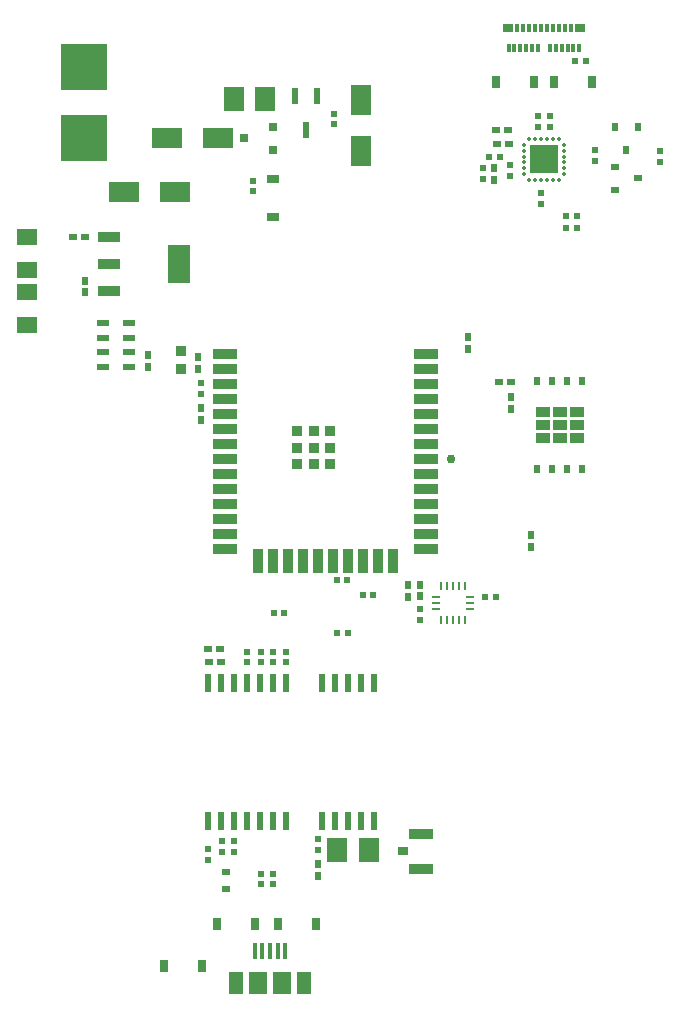
<source format=gtp>
G04*
G04 #@! TF.GenerationSoftware,Altium Limited,Altium Designer,22.5.1 (42)*
G04*
G04 Layer_Color=8421504*
%FSLAX25Y25*%
%MOIN*%
G70*
G04*
G04 #@! TF.SameCoordinates,5F65DDE1-41B9-4BDB-98F2-9488EF11E66D*
G04*
G04*
G04 #@! TF.FilePolarity,Positive*
G04*
G01*
G75*
%ADD21R,0.04842X0.03661*%
%ADD22R,0.04842X0.03661*%
%ADD23R,0.07874X0.03543*%
%ADD24R,0.03347X0.03150*%
G04:AMPARAMS|DCode=25|XSize=21.65mil|YSize=19.68mil|CornerRadius=2.46mil|HoleSize=0mil|Usage=FLASHONLY|Rotation=0.000|XOffset=0mil|YOffset=0mil|HoleType=Round|Shape=RoundedRectangle|*
%AMROUNDEDRECTD25*
21,1,0.02165,0.01476,0,0,0.0*
21,1,0.01673,0.01968,0,0,0.0*
1,1,0.00492,0.00837,-0.00738*
1,1,0.00492,-0.00837,-0.00738*
1,1,0.00492,-0.00837,0.00738*
1,1,0.00492,0.00837,0.00738*
%
%ADD25ROUNDEDRECTD25*%
%ADD26R,0.03150X0.03150*%
%ADD27R,0.02362X0.05512*%
%ADD28R,0.07087X0.05315*%
%ADD29R,0.03150X0.02362*%
%ADD30C,0.03000*%
%ADD31R,0.09646X0.09646*%
%ADD32O,0.01772X0.01378*%
%ADD33O,0.01378X0.01772*%
%ADD34R,0.01968X0.02559*%
%ADD35R,0.02800X0.01000*%
%ADD36R,0.01000X0.02800*%
%ADD37R,0.02362X0.03150*%
G04:AMPARAMS|DCode=38|XSize=21.65mil|YSize=19.68mil|CornerRadius=2.46mil|HoleSize=0mil|Usage=FLASHONLY|Rotation=90.000|XOffset=0mil|YOffset=0mil|HoleType=Round|Shape=RoundedRectangle|*
%AMROUNDEDRECTD38*
21,1,0.02165,0.01476,0,0,90.0*
21,1,0.01673,0.01968,0,0,90.0*
1,1,0.00492,0.00738,0.00837*
1,1,0.00492,0.00738,-0.00837*
1,1,0.00492,-0.00738,-0.00837*
1,1,0.00492,-0.00738,0.00837*
%
%ADD38ROUNDEDRECTD38*%
%ADD39R,0.02362X0.06299*%
%ADD40R,0.04331X0.02362*%
%ADD41R,0.03150X0.03937*%
%ADD42R,0.07000X0.08000*%
%ADD43R,0.10433X0.06890*%
%ADD44R,0.03543X0.03543*%
%ADD45R,0.07874X0.03543*%
%ADD46R,0.03543X0.07874*%
%ADD47R,0.15748X0.15748*%
%ADD48R,0.03740X0.03740*%
%ADD49R,0.02441X0.02953*%
%ADD50R,0.07480X0.12598*%
%ADD51R,0.07480X0.03543*%
%ADD52R,0.01181X0.02756*%
%ADD53R,0.03543X0.02756*%
%ADD54R,0.04724X0.07480*%
%ADD55R,0.05906X0.07480*%
%ADD56R,0.01575X0.05315*%
%ADD57R,0.02953X0.02441*%
%ADD58R,0.06890X0.10433*%
%ADD59R,0.03150X0.02362*%
%ADD60R,0.03937X0.03150*%
D21*
X941202Y637058D02*
D03*
X946832Y637058D02*
D03*
X952462Y637058D02*
D03*
X941202Y641507D02*
D03*
X946832Y641507D02*
D03*
X952462D02*
D03*
D22*
X941202Y645956D02*
D03*
X946832D02*
D03*
X952462D02*
D03*
D23*
X900648Y505299D02*
D03*
Y493487D02*
D03*
D24*
X894644Y499393D02*
D03*
D25*
X871494Y741736D02*
D03*
Y745279D02*
D03*
X921254Y727004D02*
D03*
Y723461D02*
D03*
X827148Y651928D02*
D03*
Y655472D02*
D03*
X930134Y724574D02*
D03*
Y728117D02*
D03*
X940648Y718743D02*
D03*
Y715200D02*
D03*
X958442Y732999D02*
D03*
Y729456D02*
D03*
X980248Y729285D02*
D03*
Y732829D02*
D03*
X900209Y580096D02*
D03*
Y576553D02*
D03*
X851148Y491903D02*
D03*
Y488360D02*
D03*
X847148Y491903D02*
D03*
Y488360D02*
D03*
X842648Y562367D02*
D03*
Y565911D02*
D03*
X847148Y562367D02*
D03*
Y565911D02*
D03*
X838301Y502772D02*
D03*
Y499228D02*
D03*
X851148Y565911D02*
D03*
Y562367D02*
D03*
X855648D02*
D03*
Y565911D02*
D03*
X866148Y503472D02*
D03*
Y499928D02*
D03*
X834148Y499228D02*
D03*
Y502772D02*
D03*
X844451Y722909D02*
D03*
Y719365D02*
D03*
X943398Y744472D02*
D03*
Y740928D02*
D03*
X939648Y744472D02*
D03*
Y740928D02*
D03*
X829648Y496596D02*
D03*
Y500139D02*
D03*
D26*
X841695Y737011D02*
D03*
X851144Y740751D02*
D03*
Y733271D02*
D03*
D27*
X862286Y739964D02*
D03*
X858546Y750987D02*
D03*
X866026D02*
D03*
D28*
X769148Y704113D02*
D03*
Y693287D02*
D03*
Y674873D02*
D03*
Y685700D02*
D03*
D29*
X835648Y486846D02*
D03*
Y492554D02*
D03*
D30*
X910671Y630209D02*
D03*
D31*
X941523Y729987D02*
D03*
D32*
X948314Y734909D02*
D03*
Y732940D02*
D03*
Y730972D02*
D03*
Y729003D02*
D03*
Y727035D02*
D03*
Y725066D02*
D03*
X934732D02*
D03*
Y727035D02*
D03*
Y729003D02*
D03*
Y730972D02*
D03*
Y732940D02*
D03*
Y734909D02*
D03*
D33*
X946444Y723196D02*
D03*
X944476D02*
D03*
X942507D02*
D03*
X940539D02*
D03*
X938570D02*
D03*
X936602D02*
D03*
Y736779D02*
D03*
X938570D02*
D03*
X940539D02*
D03*
X942507D02*
D03*
X944476D02*
D03*
X946444D02*
D03*
D34*
X939332Y626724D02*
D03*
X944332D02*
D03*
X949332D02*
D03*
X954332D02*
D03*
X939332Y656291D02*
D03*
X944332D02*
D03*
X949332D02*
D03*
X954332D02*
D03*
D35*
X905648Y580200D02*
D03*
Y582200D02*
D03*
Y584200D02*
D03*
X916848D02*
D03*
Y582200D02*
D03*
Y580200D02*
D03*
D36*
X907348Y587800D02*
D03*
X909248D02*
D03*
X911248D02*
D03*
X913248D02*
D03*
X915148D02*
D03*
Y576600D02*
D03*
X913248D02*
D03*
X911248D02*
D03*
X909248D02*
D03*
X907348D02*
D03*
D37*
X969027Y732999D02*
D03*
X972767Y740952D02*
D03*
X965287D02*
D03*
D38*
X872676Y572100D02*
D03*
X876220D02*
D03*
X872376Y589700D02*
D03*
X875920D02*
D03*
X884691Y584700D02*
D03*
X881148D02*
D03*
X923275Y730974D02*
D03*
X926818D02*
D03*
X948876Y707200D02*
D03*
X952420D02*
D03*
X948876Y711200D02*
D03*
X952420D02*
D03*
X925420Y584200D02*
D03*
X921876D02*
D03*
X955499Y762743D02*
D03*
X951956D02*
D03*
X851376Y578700D02*
D03*
X854920D02*
D03*
D39*
X846912Y509639D02*
D03*
X829589Y555639D02*
D03*
X833920D02*
D03*
X838250D02*
D03*
X842581D02*
D03*
X846912D02*
D03*
X851243D02*
D03*
X855573D02*
D03*
X867384D02*
D03*
X871715D02*
D03*
X876046D02*
D03*
X880376D02*
D03*
X884707D02*
D03*
Y509639D02*
D03*
X880376D02*
D03*
X876046D02*
D03*
X871715D02*
D03*
X867384D02*
D03*
X855573D02*
D03*
X851243D02*
D03*
X842581D02*
D03*
X838250D02*
D03*
X833920D02*
D03*
X829589D02*
D03*
D40*
X794652Y660779D02*
D03*
Y665700D02*
D03*
Y670621D02*
D03*
Y675543D02*
D03*
X803313Y660779D02*
D03*
Y665700D02*
D03*
Y670621D02*
D03*
Y675543D02*
D03*
D41*
X832396Y475139D02*
D03*
X845152D02*
D03*
X938155Y755700D02*
D03*
X925399D02*
D03*
X814770Y461139D02*
D03*
X827526D02*
D03*
X957647Y755700D02*
D03*
X944891D02*
D03*
X865467Y475139D02*
D03*
X852711D02*
D03*
D42*
X848648Y750200D02*
D03*
X838148D02*
D03*
X872648Y499700D02*
D03*
X883148D02*
D03*
D43*
X815955Y737011D02*
D03*
X832884D02*
D03*
X818388Y719169D02*
D03*
X801459D02*
D03*
D44*
X859199Y639480D02*
D03*
Y633968D02*
D03*
Y628457D02*
D03*
X870223Y639480D02*
D03*
Y633968D02*
D03*
Y628457D02*
D03*
X864711Y639480D02*
D03*
Y633968D02*
D03*
Y628457D02*
D03*
D03*
D45*
X835184Y665209D02*
D03*
Y660209D02*
D03*
Y655209D02*
D03*
Y650209D02*
D03*
Y645209D02*
D03*
Y640209D02*
D03*
Y635209D02*
D03*
Y630209D02*
D03*
Y625209D02*
D03*
Y620209D02*
D03*
Y615209D02*
D03*
Y610209D02*
D03*
Y605209D02*
D03*
Y600209D02*
D03*
X902113D02*
D03*
Y605209D02*
D03*
Y610209D02*
D03*
Y615209D02*
D03*
Y620209D02*
D03*
Y625209D02*
D03*
Y630209D02*
D03*
Y635209D02*
D03*
Y640209D02*
D03*
Y645209D02*
D03*
Y650209D02*
D03*
Y655209D02*
D03*
Y660209D02*
D03*
Y665209D02*
D03*
D46*
X846148Y596272D02*
D03*
X851148D02*
D03*
X856148D02*
D03*
X861148D02*
D03*
X866148D02*
D03*
X871148D02*
D03*
X876148D02*
D03*
X881148D02*
D03*
X886148D02*
D03*
X891148D02*
D03*
D47*
X788148Y760822D02*
D03*
Y737200D02*
D03*
D48*
X820648Y666153D02*
D03*
Y660247D02*
D03*
D49*
X916148Y670669D02*
D03*
Y666732D02*
D03*
X826148Y660231D02*
D03*
Y664169D02*
D03*
X827148Y647169D02*
D03*
Y643231D02*
D03*
X930648Y650669D02*
D03*
Y646732D02*
D03*
X809452Y660905D02*
D03*
Y664842D02*
D03*
X896148Y588168D02*
D03*
Y584232D02*
D03*
X900209Y588293D02*
D03*
Y584356D02*
D03*
X866148Y495169D02*
D03*
Y491231D02*
D03*
X788648Y685671D02*
D03*
Y689608D02*
D03*
X924942Y727201D02*
D03*
Y723264D02*
D03*
X937148Y604700D02*
D03*
Y600763D02*
D03*
D50*
X819861Y695231D02*
D03*
D51*
X796435Y686176D02*
D03*
Y695231D02*
D03*
Y704287D02*
D03*
D52*
X953334Y767009D02*
D03*
X951365D02*
D03*
X949397D02*
D03*
X947429D02*
D03*
X945460D02*
D03*
X943491D02*
D03*
X939555D02*
D03*
X937586D02*
D03*
X935618D02*
D03*
X933649D02*
D03*
X931680D02*
D03*
X929712D02*
D03*
X932665Y773702D02*
D03*
X934633D02*
D03*
X936602D02*
D03*
X938570D02*
D03*
X940539D02*
D03*
X942507D02*
D03*
X944476D02*
D03*
X946444D02*
D03*
X948413D02*
D03*
X950381D02*
D03*
D53*
X929515D02*
D03*
X953531D02*
D03*
D54*
X861628Y455639D02*
D03*
X838794D02*
D03*
D55*
X854148D02*
D03*
X846274D02*
D03*
D56*
X855329Y466269D02*
D03*
X852770D02*
D03*
X850211D02*
D03*
X847652D02*
D03*
X845093D02*
D03*
D57*
X929757Y735109D02*
D03*
X925820D02*
D03*
X929617Y739700D02*
D03*
X925680D02*
D03*
X930617Y655700D02*
D03*
X926680D02*
D03*
X833617Y566700D02*
D03*
X829680D02*
D03*
X833742Y562439D02*
D03*
X829805D02*
D03*
X788617Y704200D02*
D03*
X784680D02*
D03*
D58*
X880647Y749669D02*
D03*
Y732739D02*
D03*
D59*
X973003Y723698D02*
D03*
X965050Y727438D02*
D03*
Y719958D02*
D03*
D60*
X851144Y723578D02*
D03*
Y710822D02*
D03*
M02*

</source>
